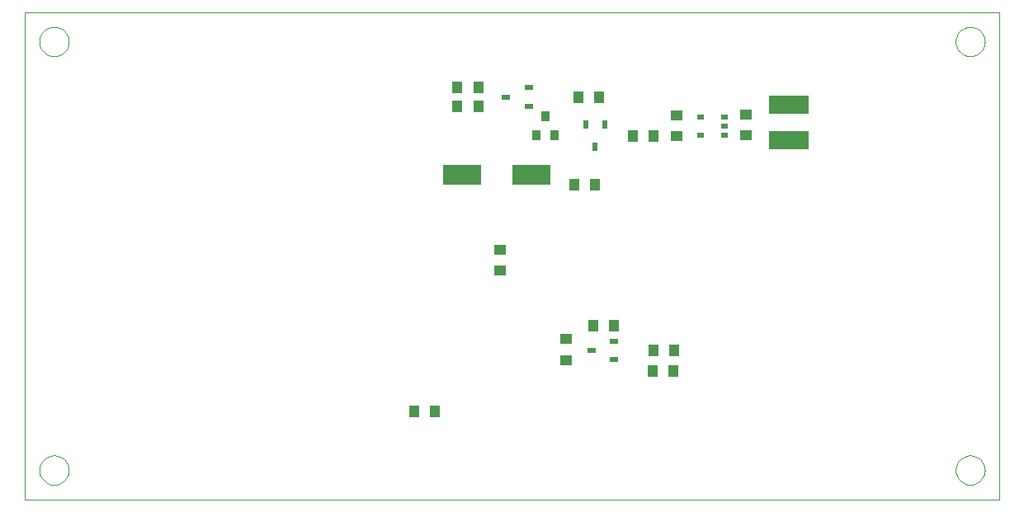
<source format=gbr>
G04 PROTEUS GERBER X2 FILE*
%TF.GenerationSoftware,Labcenter,Proteus,8.16-SP3-Build36097*%
%TF.CreationDate,2025-11-07T09:34:26+00:00*%
%TF.FileFunction,Paste,Bot*%
%TF.FilePolarity,Positive*%
%TF.Part,Single*%
%TF.SameCoordinates,{86f2edb6-a998-41b4-a695-59585592bfa3}*%
%FSLAX45Y45*%
%MOMM*%
G01*
%TA.AperFunction,Material*%
%ADD53R,1.016000X1.270000*%
%ADD55R,1.270000X1.016000*%
%TA.AperFunction,Material*%
%ADD56R,0.939800X0.609600*%
%ADD57R,0.889000X1.016000*%
%ADD58R,0.609600X0.939800*%
%TA.AperFunction,Material*%
%ADD59R,0.635000X0.508000*%
%TA.AperFunction,Material*%
%ADD60R,4.100000X1.850000*%
%ADD61R,4.000000X2.000000*%
%TA.AperFunction,Profile*%
%ADD20C,0.101600*%
%TD.AperFunction*%
D53*
X+363360Y+1740000D03*
X+150000Y+1740000D03*
X-876640Y+1840000D03*
X-1090000Y+1840000D03*
X-1090000Y+1640000D03*
X-876640Y+1640000D03*
X-1319920Y-1490000D03*
X-1533280Y-1490000D03*
X+923360Y+1340000D03*
X+710000Y+1340000D03*
D55*
X+23360Y-960000D03*
X+23360Y-746640D03*
D53*
X+1133360Y-860000D03*
X+920000Y-860000D03*
X+1126720Y-1070000D03*
X+913360Y-1070000D03*
D56*
X+516000Y-765000D03*
X+516000Y-955000D03*
X+286000Y-860000D03*
D53*
X+513360Y-610000D03*
X+300000Y-610000D03*
D57*
X-190000Y+1540000D03*
X-96020Y+1349500D03*
X-283980Y+1349500D03*
D58*
X+230000Y+1455000D03*
X+420000Y+1455000D03*
X+325000Y+1225000D03*
D55*
X+1156640Y+1336640D03*
X+1156640Y+1550000D03*
D59*
X+1646220Y+1534920D03*
X+1646220Y+1440940D03*
X+1646220Y+1344420D03*
X+1407460Y+1344420D03*
X+1407460Y+1534920D03*
D55*
X+1866640Y+1346640D03*
X+1866640Y+1560000D03*
D60*
X+2310000Y+1298000D03*
X+2310000Y+1662000D03*
D61*
X-335000Y+940000D03*
X-1045000Y+940000D03*
D53*
X+323360Y+840000D03*
X+110000Y+840000D03*
D55*
X-656640Y+173360D03*
X-656640Y-40000D03*
D56*
X-360000Y+1835000D03*
X-360000Y+1645000D03*
X-590000Y+1740000D03*
D20*
X-5528000Y-2391260D02*
X+4472000Y-2391260D01*
X+4472000Y+2608740D01*
X-5528000Y+2608740D01*
X-5528000Y-2391260D01*
X+4322000Y+2308740D02*
X+4321498Y+2320998D01*
X+4317422Y+2345515D01*
X+4308906Y+2370032D01*
X+4295032Y+2394549D01*
X+4273806Y+2418901D01*
X+4249289Y+2437295D01*
X+4224772Y+2449151D01*
X+4200255Y+2456055D01*
X+4175738Y+2458693D01*
X+4172000Y+2458740D01*
X+4022000Y+2308740D02*
X+4022502Y+2320998D01*
X+4026578Y+2345515D01*
X+4035094Y+2370032D01*
X+4048968Y+2394549D01*
X+4070194Y+2418901D01*
X+4094711Y+2437295D01*
X+4119228Y+2449151D01*
X+4143745Y+2456055D01*
X+4168262Y+2458693D01*
X+4172000Y+2458740D01*
X+4022000Y+2308740D02*
X+4022502Y+2296482D01*
X+4026578Y+2271965D01*
X+4035094Y+2247448D01*
X+4048968Y+2222931D01*
X+4070194Y+2198579D01*
X+4094711Y+2180185D01*
X+4119228Y+2168329D01*
X+4143745Y+2161425D01*
X+4168262Y+2158787D01*
X+4172000Y+2158740D01*
X+4322000Y+2308740D02*
X+4321498Y+2296482D01*
X+4317422Y+2271965D01*
X+4308906Y+2247448D01*
X+4295032Y+2222931D01*
X+4273806Y+2198579D01*
X+4249289Y+2180185D01*
X+4224772Y+2168329D01*
X+4200255Y+2161425D01*
X+4175738Y+2158787D01*
X+4172000Y+2158740D01*
X+4322000Y-2091260D02*
X+4321498Y-2079002D01*
X+4317422Y-2054485D01*
X+4308906Y-2029968D01*
X+4295032Y-2005451D01*
X+4273806Y-1981099D01*
X+4249289Y-1962705D01*
X+4224772Y-1950849D01*
X+4200255Y-1943945D01*
X+4175738Y-1941307D01*
X+4172000Y-1941260D01*
X+4022000Y-2091260D02*
X+4022502Y-2079002D01*
X+4026578Y-2054485D01*
X+4035094Y-2029968D01*
X+4048968Y-2005451D01*
X+4070194Y-1981099D01*
X+4094711Y-1962705D01*
X+4119228Y-1950849D01*
X+4143745Y-1943945D01*
X+4168262Y-1941307D01*
X+4172000Y-1941260D01*
X+4022000Y-2091260D02*
X+4022502Y-2103518D01*
X+4026578Y-2128035D01*
X+4035094Y-2152552D01*
X+4048968Y-2177069D01*
X+4070194Y-2201421D01*
X+4094711Y-2219815D01*
X+4119228Y-2231671D01*
X+4143745Y-2238575D01*
X+4168262Y-2241213D01*
X+4172000Y-2241260D01*
X+4322000Y-2091260D02*
X+4321498Y-2103518D01*
X+4317422Y-2128035D01*
X+4308906Y-2152552D01*
X+4295032Y-2177069D01*
X+4273806Y-2201421D01*
X+4249289Y-2219815D01*
X+4224772Y-2231671D01*
X+4200255Y-2238575D01*
X+4175738Y-2241213D01*
X+4172000Y-2241260D01*
X-5078000Y-2091260D02*
X-5078502Y-2079002D01*
X-5082578Y-2054485D01*
X-5091094Y-2029968D01*
X-5104968Y-2005451D01*
X-5126194Y-1981099D01*
X-5150711Y-1962705D01*
X-5175228Y-1950849D01*
X-5199745Y-1943945D01*
X-5224262Y-1941307D01*
X-5228000Y-1941260D01*
X-5378000Y-2091260D02*
X-5377498Y-2079002D01*
X-5373422Y-2054485D01*
X-5364906Y-2029968D01*
X-5351032Y-2005451D01*
X-5329806Y-1981099D01*
X-5305289Y-1962705D01*
X-5280772Y-1950849D01*
X-5256255Y-1943945D01*
X-5231738Y-1941307D01*
X-5228000Y-1941260D01*
X-5378000Y-2091260D02*
X-5377498Y-2103518D01*
X-5373422Y-2128035D01*
X-5364906Y-2152552D01*
X-5351032Y-2177069D01*
X-5329806Y-2201421D01*
X-5305289Y-2219815D01*
X-5280772Y-2231671D01*
X-5256255Y-2238575D01*
X-5231738Y-2241213D01*
X-5228000Y-2241260D01*
X-5078000Y-2091260D02*
X-5078502Y-2103518D01*
X-5082578Y-2128035D01*
X-5091094Y-2152552D01*
X-5104968Y-2177069D01*
X-5126194Y-2201421D01*
X-5150711Y-2219815D01*
X-5175228Y-2231671D01*
X-5199745Y-2238575D01*
X-5224262Y-2241213D01*
X-5228000Y-2241260D01*
X-5078000Y+2308740D02*
X-5078502Y+2320998D01*
X-5082578Y+2345515D01*
X-5091094Y+2370032D01*
X-5104968Y+2394549D01*
X-5126194Y+2418901D01*
X-5150711Y+2437295D01*
X-5175228Y+2449151D01*
X-5199745Y+2456055D01*
X-5224262Y+2458693D01*
X-5228000Y+2458740D01*
X-5378000Y+2308740D02*
X-5377498Y+2320998D01*
X-5373422Y+2345515D01*
X-5364906Y+2370032D01*
X-5351032Y+2394549D01*
X-5329806Y+2418901D01*
X-5305289Y+2437295D01*
X-5280772Y+2449151D01*
X-5256255Y+2456055D01*
X-5231738Y+2458693D01*
X-5228000Y+2458740D01*
X-5378000Y+2308740D02*
X-5377498Y+2296482D01*
X-5373422Y+2271965D01*
X-5364906Y+2247448D01*
X-5351032Y+2222931D01*
X-5329806Y+2198579D01*
X-5305289Y+2180185D01*
X-5280772Y+2168329D01*
X-5256255Y+2161425D01*
X-5231738Y+2158787D01*
X-5228000Y+2158740D01*
X-5078000Y+2308740D02*
X-5078502Y+2296482D01*
X-5082578Y+2271965D01*
X-5091094Y+2247448D01*
X-5104968Y+2222931D01*
X-5126194Y+2198579D01*
X-5150711Y+2180185D01*
X-5175228Y+2168329D01*
X-5199745Y+2161425D01*
X-5224262Y+2158787D01*
X-5228000Y+2158740D01*
M02*

</source>
